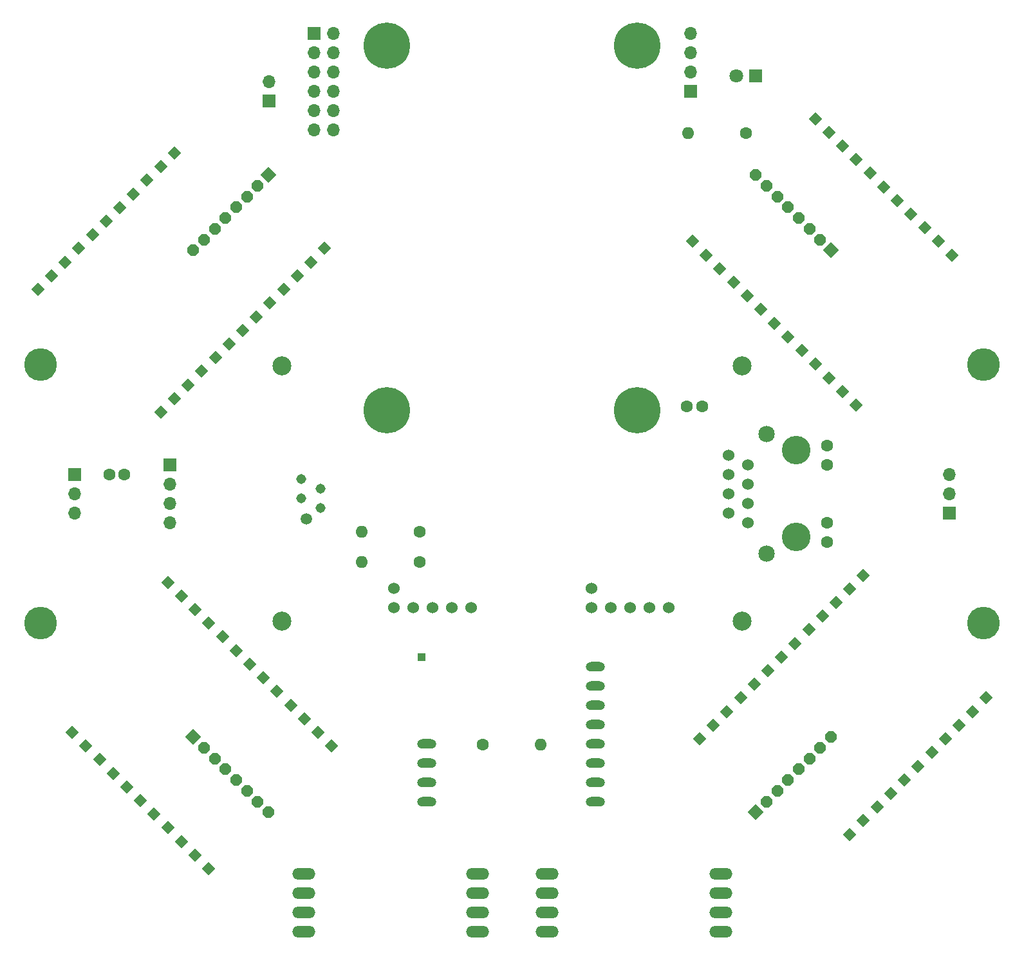
<source format=gbs>
%TF.GenerationSoftware,KiCad,Pcbnew,7.0.9*%
%TF.CreationDate,2024-01-19T20:30:06+01:00*%
%TF.ProjectId,bohlebots-rpi-cm4-carrier,626f686c-6562-46f7-9473-2d7270692d63,v01.2*%
%TF.SameCoordinates,Original*%
%TF.FileFunction,Soldermask,Bot*%
%TF.FilePolarity,Negative*%
%FSLAX46Y46*%
G04 Gerber Fmt 4.6, Leading zero omitted, Abs format (unit mm)*
G04 Created by KiCad (PCBNEW 7.0.9) date 2024-01-19 20:30:06*
%MOMM*%
%LPD*%
G01*
G04 APERTURE LIST*
G04 Aperture macros list*
%AMRoundRect*
0 Rectangle with rounded corners*
0 $1 Rounding radius*
0 $2 $3 $4 $5 $6 $7 $8 $9 X,Y pos of 4 corners*
0 Add a 4 corners polygon primitive as box body*
4,1,4,$2,$3,$4,$5,$6,$7,$8,$9,$2,$3,0*
0 Add four circle primitives for the rounded corners*
1,1,$1+$1,$2,$3*
1,1,$1+$1,$4,$5*
1,1,$1+$1,$6,$7*
1,1,$1+$1,$8,$9*
0 Add four rect primitives between the rounded corners*
20,1,$1+$1,$2,$3,$4,$5,0*
20,1,$1+$1,$4,$5,$6,$7,0*
20,1,$1+$1,$6,$7,$8,$9,0*
20,1,$1+$1,$8,$9,$2,$3,0*%
%AMRotRect*
0 Rectangle, with rotation*
0 The origin of the aperture is its center*
0 $1 length*
0 $2 width*
0 $3 Rotation angle, in degrees counterclockwise*
0 Add horizontal line*
21,1,$1,$2,0,0,$3*%
%AMFreePoly0*
4,1,25,0.333266,0.742596,0.345389,0.732242,0.732242,0.345389,0.760749,0.289441,0.761999,0.273547,0.761999,-0.273547,0.742596,-0.333266,0.732242,-0.345389,0.345389,-0.732242,0.289441,-0.760749,0.273547,-0.761999,-0.273547,-0.761999,-0.333266,-0.742596,-0.345389,-0.732242,-0.732242,-0.345389,-0.760749,-0.289441,-0.761999,-0.273547,-0.761999,0.273547,-0.742596,0.333266,-0.732242,0.345389,
-0.345389,0.732242,-0.289441,0.760749,-0.273547,0.761999,0.273547,0.761999,0.333266,0.742596,0.333266,0.742596,$1*%
G04 Aperture macros list end*
%ADD10C,1.530000*%
%ADD11RoundRect,0.101600X0.000000X0.933947X-0.933947X0.000000X0.000000X-0.933947X0.933947X0.000000X0*%
%ADD12FreePoly0,225.000000*%
%ADD13R,1.700000X1.700000*%
%ADD14O,1.700000X1.700000*%
%ADD15RoundRect,0.101600X-0.933947X0.000000X0.000000X-0.933947X0.933947X0.000000X0.000000X0.933947X0*%
%ADD16FreePoly0,315.000000*%
%ADD17RotRect,1.308000X1.308000X315.000000*%
%ADD18C,6.100000*%
%ADD19C,1.600000*%
%ADD20O,1.600000X1.600000*%
%ADD21RoundRect,0.101600X0.000000X-0.933947X0.933947X0.000000X0.000000X0.933947X-0.933947X0.000000X0*%
%ADD22FreePoly0,45.000000*%
%ADD23C,4.300000*%
%ADD24RotRect,1.308000X1.308000X45.000000*%
%ADD25O,2.540000X1.270000*%
%ADD26R,1.108000X1.108000*%
%ADD27RotRect,1.308000X1.308000X225.000000*%
%ADD28RotRect,1.308000X1.308000X135.000000*%
%ADD29O,3.016000X1.508000*%
%ADD30C,1.500000*%
%ADD31C,1.308000*%
%ADD32C,1.524000*%
%ADD33C,1.600200*%
%ADD34C,2.159000*%
%ADD35C,3.759200*%
%ADD36RoundRect,0.101600X0.933947X0.000000X0.000000X0.933947X-0.933947X0.000000X0.000000X-0.933947X0*%
%ADD37FreePoly0,135.000000*%
%ADD38C,2.500000*%
%ADD39R,1.800000X1.800000*%
%ADD40C,1.800000*%
G04 APERTURE END LIST*
D10*
%TO.C,D36V28FX2*%
X89970000Y-117930000D03*
X89970000Y-120470000D03*
X92510000Y-120470000D03*
X95050000Y-120470000D03*
X97590000Y-120470000D03*
X100130000Y-120470000D03*
%TD*%
D11*
%TO.C,JP3*%
X147449747Y-73449747D03*
D12*
X146035534Y-72035534D03*
X144621320Y-70621320D03*
X143207107Y-69207107D03*
X141792893Y-67792893D03*
X140378680Y-66378680D03*
X138964466Y-64964466D03*
X137550253Y-63550253D03*
%TD*%
D13*
%TO.C,J4*%
X129000000Y-52500000D03*
D14*
X129000000Y-49960000D03*
X129000000Y-47420000D03*
X129000000Y-44880000D03*
%TD*%
D15*
%TO.C,JP4*%
X73449747Y-63550253D03*
D16*
X72035534Y-64964466D03*
X70621320Y-66378680D03*
X69207107Y-67792893D03*
X67792893Y-69207107D03*
X66378680Y-70621320D03*
X64964466Y-72035534D03*
X63550253Y-73449747D03*
%TD*%
D17*
%TO.C,ESCON1*%
X81765680Y-138720315D03*
X79969629Y-136924264D03*
X78173578Y-135128213D03*
X76377527Y-133332162D03*
X74581475Y-131536110D03*
X72785424Y-129740059D03*
X70989373Y-127944008D03*
X69193322Y-126147957D03*
X67397271Y-124351905D03*
X65601219Y-122555854D03*
X63805168Y-120759803D03*
X62009117Y-118963752D03*
X60213066Y-117167701D03*
X47640707Y-136924264D03*
X49436758Y-138720315D03*
X51232810Y-140516367D03*
X53028861Y-142312418D03*
X54824912Y-144108469D03*
X56620963Y-145904520D03*
X58417014Y-147700571D03*
X60213066Y-149496623D03*
X62009117Y-151292674D03*
X63805168Y-153088725D03*
X65601219Y-154884776D03*
%TD*%
D18*
%TO.C,U1*%
X122000000Y-94500000D03*
X122000000Y-46500000D03*
X89000000Y-94500000D03*
X89000000Y-46500000D03*
%TD*%
D19*
%TO.C,R3*%
X93310000Y-110500000D03*
D20*
X85690000Y-110500000D03*
%TD*%
D10*
%TO.C,D36V28FX1*%
X115970000Y-117930000D03*
X115970000Y-120470000D03*
X118510000Y-120470000D03*
X121050000Y-120470000D03*
X123590000Y-120470000D03*
X126130000Y-120470000D03*
%TD*%
D13*
%TO.C,J3*%
X79460000Y-44880000D03*
D14*
X82000000Y-44880000D03*
X79460000Y-47420000D03*
X82000000Y-47420000D03*
X79460000Y-49960000D03*
X82000000Y-49960000D03*
X79460000Y-52500000D03*
X82000000Y-52500000D03*
X79460000Y-55040000D03*
X82000000Y-55040000D03*
X79460000Y-57580000D03*
X82000000Y-57580000D03*
%TD*%
D21*
%TO.C,JP1*%
X63550253Y-137550253D03*
D22*
X64964466Y-138964466D03*
X66378680Y-140378680D03*
X67792893Y-141792893D03*
X69207107Y-143207107D03*
X70621320Y-144621320D03*
X72035534Y-146035534D03*
X73449747Y-147449747D03*
%TD*%
D23*
%TO.C,REF\u002A\u002A*%
X167500000Y-88500000D03*
%TD*%
D24*
%TO.C,ESCON2*%
X151720315Y-116234320D03*
X149924264Y-118030371D03*
X148128213Y-119826422D03*
X146332162Y-121622473D03*
X144536110Y-123418525D03*
X142740059Y-125214576D03*
X140944008Y-127010627D03*
X139147957Y-128806678D03*
X137351905Y-130602729D03*
X135555854Y-132398781D03*
X133759803Y-134194832D03*
X131963752Y-135990883D03*
X130167701Y-137786934D03*
X149924264Y-150359293D03*
X151720315Y-148563242D03*
X153516367Y-146767190D03*
X155312418Y-144971139D03*
X157108469Y-143175088D03*
X158904520Y-141379037D03*
X160700571Y-139582986D03*
X162496623Y-137786934D03*
X164292674Y-135990883D03*
X166088725Y-134194832D03*
X167884776Y-132398781D03*
%TD*%
D19*
%TO.C,R1*%
X101655000Y-138500000D03*
D20*
X109275000Y-138500000D03*
%TD*%
D25*
%TO.C,K1*%
X116500000Y-128270000D03*
X116500000Y-130810000D03*
X116500000Y-133350000D03*
X116500000Y-135890000D03*
X116500000Y-138430000D03*
X116500000Y-140970000D03*
X116500000Y-143510000D03*
X116500000Y-146050000D03*
D26*
X93640000Y-127000000D03*
D25*
X94275000Y-138430000D03*
X94275000Y-140970000D03*
X94275000Y-143510000D03*
X94275000Y-146050000D03*
%TD*%
D19*
%TO.C,R4*%
X136310000Y-58000000D03*
D20*
X128690000Y-58000000D03*
%TD*%
D23*
%TO.C,REF\u002A\u002A*%
X43500000Y-122500000D03*
%TD*%
D13*
%TO.C,J5*%
X48000000Y-102960000D03*
D14*
X48000000Y-105500000D03*
X48000000Y-108040000D03*
%TD*%
D23*
%TO.C,REF\u002A\u002A*%
X43500000Y-88500000D03*
%TD*%
D27*
%TO.C,ESCON4*%
X59279685Y-94765680D03*
X61075736Y-92969629D03*
X62871787Y-91173578D03*
X64667838Y-89377527D03*
X66463890Y-87581475D03*
X68259941Y-85785424D03*
X70055992Y-83989373D03*
X71852043Y-82193322D03*
X73648095Y-80397271D03*
X75444146Y-78601219D03*
X77240197Y-76805168D03*
X79036248Y-75009117D03*
X80832299Y-73213066D03*
X61075736Y-60640707D03*
X59279685Y-62436758D03*
X57483633Y-64232810D03*
X55687582Y-66028861D03*
X53891531Y-67824912D03*
X52095480Y-69620963D03*
X50299429Y-71417014D03*
X48503377Y-73213066D03*
X46707326Y-75009117D03*
X44911275Y-76805168D03*
X43115224Y-78601219D03*
%TD*%
D28*
%TO.C,ESCON3*%
X129234320Y-72279685D03*
X131030371Y-74075736D03*
X132826422Y-75871787D03*
X134622473Y-77667838D03*
X136418525Y-79463890D03*
X138214576Y-81259941D03*
X140010627Y-83055992D03*
X141806678Y-84852043D03*
X143602729Y-86648095D03*
X145398781Y-88444146D03*
X147194832Y-90240197D03*
X148990883Y-92036248D03*
X150786934Y-93832299D03*
X163359293Y-74075736D03*
X161563242Y-72279685D03*
X159767190Y-70483633D03*
X157971139Y-68687582D03*
X156175088Y-66891531D03*
X154379037Y-65095480D03*
X152582986Y-63299429D03*
X150786934Y-61503377D03*
X148990883Y-59707326D03*
X147194832Y-57911275D03*
X145398781Y-56115224D03*
%TD*%
D19*
%TO.C,R2*%
X93310000Y-114500000D03*
D20*
X85690000Y-114500000D03*
%TD*%
D19*
%TO.C,C1*%
X130500000Y-94000000D03*
X128500000Y-94000000D03*
%TD*%
D13*
%TO.C,U2*%
X60500000Y-101700000D03*
D14*
X60500000Y-104240000D03*
X60500000Y-106780000D03*
X60500000Y-109320000D03*
%TD*%
D29*
%TO.C,T1*%
X101000000Y-163135000D03*
X101000000Y-160595000D03*
X101000000Y-158055000D03*
X101000000Y-155515000D03*
X78140000Y-155515000D03*
X78140000Y-158055000D03*
X78140000Y-160595000D03*
X78140000Y-163135000D03*
%TD*%
D30*
%TO.C,X1*%
X78445000Y-108825800D03*
D31*
X80265000Y-107390800D03*
X77725000Y-106120800D03*
X80265000Y-104850800D03*
X77725000Y-103580800D03*
%TD*%
D13*
%TO.C,J2*%
X73500000Y-53775000D03*
D14*
X73500000Y-51235000D03*
%TD*%
D32*
%TO.C,J1*%
X136506000Y-109310000D03*
X133966000Y-108040000D03*
X136506000Y-106770000D03*
X133966000Y-105500000D03*
X136506000Y-104230000D03*
X133966000Y-102960000D03*
X136506000Y-101690000D03*
X133966000Y-100420000D03*
D33*
X146965974Y-99175000D03*
X146965974Y-101715000D03*
X146965974Y-109285000D03*
X146965974Y-111825000D03*
D34*
X138966000Y-113374999D03*
X138966000Y-97625001D03*
D35*
X142856000Y-111215000D03*
X142856000Y-99785000D03*
%TD*%
D36*
%TO.C,JP2*%
X137550253Y-147449747D03*
D37*
X138964466Y-146035534D03*
X140378680Y-144621320D03*
X141792893Y-143207107D03*
X143207107Y-141792893D03*
X144621320Y-140378680D03*
X146035534Y-138964466D03*
X147449747Y-137550253D03*
%TD*%
D23*
%TO.C,REFe*%
X167500000Y-122500000D03*
%TD*%
D13*
%TO.C,J6*%
X163000000Y-108025000D03*
D14*
X163000000Y-105485000D03*
X163000000Y-102945000D03*
%TD*%
D38*
%TO.C,Luxonis OAK-FFP 4P*%
X75200000Y-88700000D03*
X75200000Y-122300000D03*
X135800000Y-88700000D03*
X135800000Y-122300000D03*
%TD*%
D29*
%TO.C,T2*%
X132930000Y-163135000D03*
X132930000Y-160595000D03*
X132930000Y-158055000D03*
X132930000Y-155515000D03*
X110070000Y-155515000D03*
X110070000Y-158055000D03*
X110070000Y-160595000D03*
X110070000Y-163135000D03*
%TD*%
D39*
%TO.C,D1*%
X137500000Y-50500000D03*
D40*
X134960000Y-50500000D03*
%TD*%
D19*
%TO.C,C2*%
X52500000Y-103000000D03*
X54500000Y-103000000D03*
%TD*%
M02*

</source>
